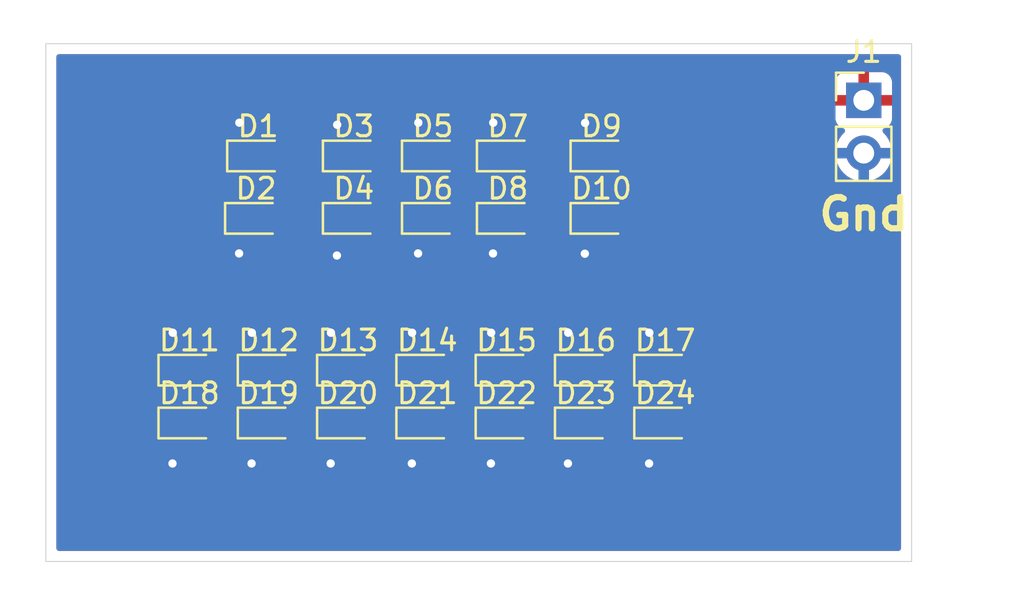
<source format=kicad_pcb>
(kicad_pcb (version 20211014) (generator pcbnew)
  (layers (0 "F.Cu" signal) (31 "B.Cu" signal) (34 "B.Paste" user) (35 "F.Paste" user) (36 "B.SilkS" user "B.Silkscreen") (37 "F.SilkS" user "F.Silkscreen") (38 "B.Mask" user) (39 "F.Mask" user) (44 "Edge.Cuts" user))
  (net 0 "")
  (net 1 "GND")
  (net 2 "VCC")
  (footprint "LED_SMD:LED_0603_1608Metric" (layer "F.Cu") (at 45.85 38.24)
    (fp_text reference "D23" (at 0 -1.43) (layer "F.SilkS"))
    (fp_text value "LED")
    (fp_line (start 0.8 -0.735) (end -1.485 -0.735) (layer "F.SilkS") (width 0.12))
    (fp_line (start -1.485 -0.735) (end -1.485 0.735) (layer "F.SilkS") (width 0.12))
    (fp_line (start -1.485 0.735) (end 0.8 0.735) (layer "F.SilkS") (width 0.12))
    (pad "1" smd roundrect (at -0.7875 0) (size 0.875 0.95) (layers "F.Cu" "F.Paste" "F.Mask") (net 1 "GND"))
    (pad "2" smd roundrect (at 0.7875 0) (size 0.875 0.95) (layers "F.Cu" "F.Paste" "F.Mask") (net 2 "VCC"))
  )
  (footprint "LED_SMD:LED_0603_1608Metric" (layer "F.Cu") (at 34.7 25.4)
    (fp_text reference "D3" (at 0 -1.43) (layer "F.SilkS"))
    (fp_text value "LED")
    (fp_line (start -1.485 -0.735) (end -1.485 0.735) (layer "F.SilkS") (width 0.12))
    (fp_line (start 0.8 -0.735) (end -1.485 -0.735) (layer "F.SilkS") (width 0.12))
    (fp_line (start -1.485 0.735) (end 0.8 0.735) (layer "F.SilkS") (width 0.12))
    (pad "1" smd roundrect (at -0.7875 0) (size 0.875 0.95) (layers "F.Cu" "F.Paste" "F.Mask") (net 1 "GND"))
    (pad "2" smd roundrect (at 0.7875 0) (size 0.875 0.95) (layers "F.Cu" "F.Paste" "F.Mask") (net 2 "VCC"))
  )
  (footprint "LED_SMD:LED_0603_1608Metric" (layer "F.Cu") (at 26.8 38.24)
    (fp_text reference "D18" (at 0 -1.43) (layer "F.SilkS"))
    (fp_text value "LED")
    (fp_line (start -1.485 0.735) (end 0.8 0.735) (layer "F.SilkS") (width 0.12))
    (fp_line (start 0.8 -0.735) (end -1.485 -0.735) (layer "F.SilkS") (width 0.12))
    (fp_line (start -1.485 -0.735) (end -1.485 0.735) (layer "F.SilkS") (width 0.12))
    (pad "1" smd roundrect (at -0.7875 0) (size 0.875 0.95) (layers "F.Cu" "F.Paste" "F.Mask") (net 1 "GND"))
    (pad "2" smd roundrect (at 0.7875 0) (size 0.875 0.95) (layers "F.Cu" "F.Paste" "F.Mask") (net 2 "VCC"))
  )
  (footprint "LED_SMD:LED_0603_1608Metric" (layer "F.Cu") (at 38.23 35.7)
    (fp_text reference "D14" (at 0 -1.43) (layer "F.SilkS"))
    (fp_text value "LED")
    (fp_line (start 0.8 -0.735) (end -1.485 -0.735) (layer "F.SilkS") (width 0.12))
    (fp_line (start -1.485 -0.735) (end -1.485 0.735) (layer "F.SilkS") (width 0.12))
    (fp_line (start -1.485 0.735) (end 0.8 0.735) (layer "F.SilkS") (width 0.12))
    (pad "1" smd roundrect (at -0.7875 0) (size 0.875 0.95) (layers "F.Cu" "F.Paste" "F.Mask") (net 1 "GND"))
    (pad "2" smd roundrect (at 0.7875 0) (size 0.875 0.95) (layers "F.Cu" "F.Paste" "F.Mask") (net 2 "VCC"))
  )
  (footprint "LED_SMD:LED_0603_1608Metric" (layer "F.Cu") (at 38.5 25.4)
    (fp_text reference "D5" (at 0 -1.43) (layer "F.SilkS"))
    (fp_text value "LED")
    (fp_line (start -1.485 0.735) (end 0.8 0.735) (layer "F.SilkS") (width 0.12))
    (fp_line (start -1.485 -0.735) (end -1.485 0.735) (layer "F.SilkS") (width 0.12))
    (fp_line (start 0.8 -0.735) (end -1.485 -0.735) (layer "F.SilkS") (width 0.12))
    (pad "1" smd roundrect (at -0.7875 0) (size 0.875 0.95) (layers "F.Cu" "F.Paste" "F.Mask") (net 1 "GND"))
    (pad "2" smd roundrect (at 0.7875 0) (size 0.875 0.95) (layers "F.Cu" "F.Paste" "F.Mask") (net 2 "VCC"))
  )
  (footprint "LED_SMD:LED_0603_1608Metric" (layer "F.Cu") (at 45.85 35.7)
    (fp_text reference "D16" (at 0 -1.43) (layer "F.SilkS"))
    (fp_text value "LED")
    (fp_line (start 0.8 -0.735) (end -1.485 -0.735) (layer "F.SilkS") (width 0.12))
    (fp_line (start -1.485 -0.735) (end -1.485 0.735) (layer "F.SilkS") (width 0.12))
    (fp_line (start -1.485 0.735) (end 0.8 0.735) (layer "F.SilkS") (width 0.12))
    (pad "1" smd roundrect (at -0.7875 0) (size 0.875 0.95) (layers "F.Cu" "F.Paste" "F.Mask") (net 1 "GND"))
    (pad "2" smd roundrect (at 0.7875 0) (size 0.875 0.95) (layers "F.Cu" "F.Paste" "F.Mask") (net 2 "VCC"))
  )
  (footprint "LED_SMD:LED_0603_1608Metric" (layer "F.Cu") (at 30.1 25.4)
    (fp_text reference "D1" (at 0 -1.43) (layer "F.SilkS"))
    (fp_text value "LED")
    (fp_line (start 0.8 -0.735) (end -1.485 -0.735) (layer "F.SilkS") (width 0.12))
    (fp_line (start -1.485 0.735) (end 0.8 0.735) (layer "F.SilkS") (width 0.12))
    (fp_line (start -1.485 -0.735) (end -1.485 0.735) (layer "F.SilkS") (width 0.12))
    (pad "1" smd roundrect (at -0.7875 0) (size 0.875 0.95) (layers "F.Cu" "F.Paste" "F.Mask") (net 1 "GND"))
    (pad "2" smd roundrect (at 0.7875 0) (size 0.875 0.95) (layers "F.Cu" "F.Paste" "F.Mask") (net 2 "VCC"))
  )
  (footprint "LED_SMD:LED_0603_1608Metric" (layer "F.Cu") (at 46.6 28.4)
    (fp_text reference "D10" (at 0 -1.43) (layer "F.SilkS"))
    (fp_text value "LED")
    (fp_line (start 0.8 -0.735) (end -1.485 -0.735) (layer "F.SilkS") (width 0.12))
    (fp_line (start -1.485 -0.735) (end -1.485 0.735) (layer "F.SilkS") (width 0.12))
    (fp_line (start -1.485 0.735) (end 0.8 0.735) (layer "F.SilkS") (width 0.12))
    (pad "1" smd roundrect (at -0.7875 0) (size 0.875 0.95) (layers "F.Cu" "F.Paste" "F.Mask") (net 1 "GND"))
    (pad "2" smd roundrect (at 0.7875 0) (size 0.875 0.95) (layers "F.Cu" "F.Paste" "F.Mask") (net 2 "VCC"))
  )
  (footprint "LED_SMD:LED_0603_1608Metric" (layer "F.Cu") (at 30.61 38.24)
    (fp_text reference "D19" (at 0 -1.43) (layer "F.SilkS"))
    (fp_text value "LED")
    (fp_line (start -1.485 0.735) (end 0.8 0.735) (layer "F.SilkS") (width 0.12))
    (fp_line (start 0.8 -0.735) (end -1.485 -0.735) (layer "F.SilkS") (width 0.12))
    (fp_line (start -1.485 -0.735) (end -1.485 0.735) (layer "F.SilkS") (width 0.12))
    (pad "1" smd roundrect (at -0.7875 0) (size 0.875 0.95) (layers "F.Cu" "F.Paste" "F.Mask") (net 1 "GND"))
    (pad "2" smd roundrect (at 0.7875 0) (size 0.875 0.95) (layers "F.Cu" "F.Paste" "F.Mask") (net 2 "VCC"))
  )
  (footprint "LED_SMD:LED_0603_1608Metric" (layer "F.Cu") (at 34.42 35.7)
    (fp_text reference "D13" (at 0 -1.43) (layer "F.SilkS"))
    (fp_text value "LED")
    (fp_line (start -1.485 0.735) (end 0.8 0.735) (layer "F.SilkS") (width 0.12))
    (fp_line (start -1.485 -0.735) (end -1.485 0.735) (layer "F.SilkS") (width 0.12))
    (fp_line (start 0.8 -0.735) (end -1.485 -0.735) (layer "F.SilkS") (width 0.12))
    (pad "1" smd roundrect (at -0.7875 0) (size 0.875 0.95) (layers "F.Cu" "F.Paste" "F.Mask") (net 1 "GND"))
    (pad "2" smd roundrect (at 0.7875 0) (size 0.875 0.95) (layers "F.Cu" "F.Paste" "F.Mask") (net 2 "VCC"))
  )
  (footprint "LED_SMD:LED_0603_1608Metric" (layer "F.Cu") (at 38.5 28.4)
    (fp_text reference "D6" (at 0 -1.43) (layer "F.SilkS"))
    (fp_text value "LED")
    (fp_line (start 0.8 -0.735) (end -1.485 -0.735) (layer "F.SilkS") (width 0.12))
    (fp_line (start -1.485 0.735) (end 0.8 0.735) (layer "F.SilkS") (width 0.12))
    (fp_line (start -1.485 -0.735) (end -1.485 0.735) (layer "F.SilkS") (width 0.12))
    (pad "1" smd roundrect (at -0.7875 0) (size 0.875 0.95) (layers "F.Cu" "F.Paste" "F.Mask") (net 1 "GND"))
    (pad "2" smd roundrect (at 0.7875 0) (size 0.875 0.95) (layers "F.Cu" "F.Paste" "F.Mask") (net 2 "VCC"))
  )
  (footprint "LED_SMD:LED_0603_1608Metric" (layer "F.Cu") (at 30.61 35.7)
    (fp_text reference "D12" (at 0 -1.43) (layer "F.SilkS"))
    (fp_text value "LED")
    (fp_line (start -1.485 -0.735) (end -1.485 0.735) (layer "F.SilkS") (width 0.12))
    (fp_line (start 0.8 -0.735) (end -1.485 -0.735) (layer "F.SilkS") (width 0.12))
    (fp_line (start -1.485 0.735) (end 0.8 0.735) (layer "F.SilkS") (width 0.12))
    (pad "1" smd roundrect (at -0.7875 0) (size 0.875 0.95) (layers "F.Cu" "F.Paste" "F.Mask") (net 1 "GND"))
    (pad "2" smd roundrect (at 0.7875 0) (size 0.875 0.95) (layers "F.Cu" "F.Paste" "F.Mask") (net 2 "VCC"))
  )
  (footprint "LED_SMD:LED_0603_1608Metric" (layer "F.Cu") (at 49.66 38.24)
    (fp_text reference "D24" (at 0 -1.43) (layer "F.SilkS"))
    (fp_text value "LED")
    (fp_line (start -1.485 -0.735) (end -1.485 0.735) (layer "F.SilkS") (width 0.12))
    (fp_line (start 0.8 -0.735) (end -1.485 -0.735) (layer "F.SilkS") (width 0.12))
    (fp_line (start -1.485 0.735) (end 0.8 0.735) (layer "F.SilkS") (width 0.12))
    (pad "1" smd roundrect (at -0.7875 0) (size 0.875 0.95) (layers "F.Cu" "F.Paste" "F.Mask") (net 1 "GND"))
    (pad "2" smd roundrect (at 0.7875 0) (size 0.875 0.95) (layers "F.Cu" "F.Paste" "F.Mask") (net 2 "VCC"))
  )
  (footprint "Connector_PinHeader_2.54mm:PinHeader_1x02_P2.54mm_Vertical" (layer "F.Cu") (at 59.2 22.725)
    (fp_text reference "J1" (at 0 -2.33) (layer "F.SilkS"))
    (fp_text value "Conn_01x02_Female")
    (fp_line (start -1.33 0) (end -1.33 -1.33) (layer "F.SilkS") (width 0.12))
    (fp_line (start -1.33 1.27) (end -1.33 3.87) (layer "F.SilkS") (width 0.12))
    (fp_line (start -1.33 3.87) (end 1.33 3.87) (layer "F.SilkS") (width 0.12))
    (fp_line (start -1.33 -1.33) (end 0 -1.33) (layer "F.SilkS") (width 0.12))
    (fp_line (start 1.33 1.27) (end 1.33 3.87) (layer "F.SilkS") (width 0.12))
    (fp_line (start -1.33 1.27) (end 1.33 1.27) (layer "F.SilkS") (width 0.12))
    (pad "1" thru_hole rect (at 0 0) (size 1.7 1.7) (drill 1) (layers *.Cu *.Mask) (net 2 "VCC"))
    (pad "2" thru_hole oval (at 0 2.54) (size 1.7 1.7) (drill 1) (layers *.Cu *.Mask) (net 1 "GND"))
  )
  (footprint "LED_SMD:LED_0603_1608Metric" (layer "F.Cu") (at 42.1 28.4)
    (fp_text reference "D8" (at 0 -1.43) (layer "F.SilkS"))
    (fp_text value "LED")
    (fp_line (start 0.8 -0.735) (end -1.485 -0.735) (layer "F.SilkS") (width 0.12))
    (fp_line (start -1.485 0.735) (end 0.8 0.735) (layer "F.SilkS") (width 0.12))
    (fp_line (start -1.485 -0.735) (end -1.485 0.735) (layer "F.SilkS") (width 0.12))
    (pad "1" smd roundrect (at -0.7875 0) (size 0.875 0.95) (layers "F.Cu" "F.Paste" "F.Mask") (net 1 "GND"))
    (pad "2" smd roundrect (at 0.7875 0) (size 0.875 0.95) (layers "F.Cu" "F.Paste" "F.Mask") (net 2 "VCC"))
  )
  (footprint "LED_SMD:LED_0603_1608Metric" (layer "F.Cu") (at 34.7 28.4)
    (fp_text reference "D4" (at 0 -1.43) (layer "F.SilkS"))
    (fp_text value "LED")
    (fp_line (start -1.485 -0.735) (end -1.485 0.735) (layer "F.SilkS") (width 0.12))
    (fp_line (start -1.485 0.735) (end 0.8 0.735) (layer "F.SilkS") (width 0.12))
    (fp_line (start 0.8 -0.735) (end -1.485 -0.735) (layer "F.SilkS") (width 0.12))
    (pad "1" smd roundrect (at -0.7875 0) (size 0.875 0.95) (layers "F.Cu" "F.Paste" "F.Mask") (net 1 "GND"))
    (pad "2" smd roundrect (at 0.7875 0) (size 0.875 0.95) (layers "F.Cu" "F.Paste" "F.Mask") (net 2 "VCC"))
  )
  (footprint "LED_SMD:LED_0603_1608Metric" (layer "F.Cu") (at 26.8 35.7)
    (fp_text reference "D11" (at 0 -1.43) (layer "F.SilkS"))
    (fp_text value "LED")
    (fp_line (start -1.485 0.735) (end 0.8 0.735) (layer "F.SilkS") (width 0.12))
    (fp_line (start 0.8 -0.735) (end -1.485 -0.735) (layer "F.SilkS") (width 0.12))
    (fp_line (start -1.485 -0.735) (end -1.485 0.735) (layer "F.SilkS") (width 0.12))
    (pad "1" smd roundrect (at -0.7875 0) (size 0.875 0.95) (layers "F.Cu" "F.Paste" "F.Mask") (net 1 "GND"))
    (pad "2" smd roundrect (at 0.7875 0) (size 0.875 0.95) (layers "F.Cu" "F.Paste" "F.Mask") (net 2 "VCC"))
  )
  (footprint "LED_SMD:LED_0603_1608Metric" (layer "F.Cu") (at 46.6 25.4)
    (fp_text reference "D9" (at 0 -1.43) (layer "F.SilkS"))
    (fp_text value "LED")
    (fp_line (start 0.8 -0.735) (end -1.485 -0.735) (layer "F.SilkS") (width 0.12))
    (fp_line (start -1.485 0.735) (end 0.8 0.735) (layer "F.SilkS") (width 0.12))
    (fp_line (start -1.485 -0.735) (end -1.485 0.735) (layer "F.SilkS") (width 0.12))
    (pad "1" smd roundrect (at -0.7875 0) (size 0.875 0.95) (layers "F.Cu" "F.Paste" "F.Mask") (net 1 "GND"))
    (pad "2" smd roundrect (at 0.7875 0) (size 0.875 0.95) (layers "F.Cu" "F.Paste" "F.Mask") (net 2 "VCC"))
  )
  (footprint "LED_SMD:LED_0603_1608Metric" (layer "F.Cu") (at 42.04 35.7)
    (fp_text reference "D15" (at 0 -1.43) (layer "F.SilkS"))
    (fp_text value "LED")
    (fp_line (start 0.8 -0.735) (end -1.485 -0.735) (layer "F.SilkS") (width 0.12))
    (fp_line (start -1.485 -0.735) (end -1.485 0.735) (layer "F.SilkS") (width 0.12))
    (fp_line (start -1.485 0.735) (end 0.8 0.735) (layer "F.SilkS") (width 0.12))
    (pad "1" smd roundrect (at -0.7875 0) (size 0.875 0.95) (layers "F.Cu" "F.Paste" "F.Mask") (net 1 "GND"))
    (pad "2" smd roundrect (at 0.7875 0) (size 0.875 0.95) (layers "F.Cu" "F.Paste" "F.Mask") (net 2 "VCC"))
  )
  (footprint "LED_SMD:LED_0603_1608Metric" (layer "F.Cu") (at 34.42 38.24)
    (fp_text reference "D20" (at 0 -1.43) (layer "F.SilkS"))
    (fp_text value "LED")
    (fp_line (start -1.485 -0.735) (end -1.485 0.735) (layer "F.SilkS") (width 0.12))
    (fp_line (start 0.8 -0.735) (end -1.485 -0.735) (layer "F.SilkS") (width 0.12))
    (fp_line (start -1.485 0.735) (end 0.8 0.735) (layer "F.SilkS") (width 0.12))
    (pad "1" smd roundrect (at -0.7875 0) (size 0.875 0.95) (layers "F.Cu" "F.Paste" "F.Mask") (net 1 "GND"))
    (pad "2" smd roundrect (at 0.7875 0) (size 0.875 0.95) (layers "F.Cu" "F.Paste" "F.Mask") (net 2 "VCC"))
  )
  (footprint "LED_SMD:LED_0603_1608Metric" (layer "F.Cu") (at 42.1 25.4)
    (fp_text reference "D7" (at 0 -1.43) (layer "F.SilkS"))
    (fp_text value "LED")
    (fp_line (start 0.8 -0.735) (end -1.485 -0.735) (layer "F.SilkS") (width 0.12))
    (fp_line (start -1.485 -0.735) (end -1.485 0.735) (layer "F.SilkS") (width 0.12))
    (fp_line (start -1.485 0.735) (end 0.8 0.735) (layer "F.SilkS") (width 0.12))
    (pad "1" smd roundrect (at -0.7875 0) (size 0.875 0.95) (layers "F.Cu" "F.Paste" "F.Mask") (net 1 "GND"))
    (pad "2" smd roundrect (at 0.7875 0) (size 0.875 0.95) (layers "F.Cu" "F.Paste" "F.Mask") (net 2 "VCC"))
  )
  (footprint "LED_SMD:LED_0603_1608Metric" (layer "F.Cu") (at 38.23 38.24)
    (fp_text reference "D21" (at 0 -1.43) (layer "F.SilkS"))
    (fp_text value "LED")
    (fp_line (start -1.485 -0.735) (end -1.485 0.735) (layer "F.SilkS") (width 0.12))
    (fp_line (start 0.8 -0.735) (end -1.485 -0.735) (layer "F.SilkS") (width 0.12))
    (fp_line (start -1.485 0.735) (end 0.8 0.735) (layer "F.SilkS") (width 0.12))
    (pad "1" smd roundrect (at -0.7875 0) (size 0.875 0.95) (layers "F.Cu" "F.Paste" "F.Mask") (net 1 "GND"))
    (pad "2" smd roundrect (at 0.7875 0) (size 0.875 0.95) (layers "F.Cu" "F.Paste" "F.Mask") (net 2 "VCC"))
  )
  (footprint "LED_SMD:LED_0603_1608Metric" (layer "F.Cu") (at 49.66 35.7)
    (fp_text reference "D17" (at 0 -1.43) (layer "F.SilkS"))
    (fp_text value "LED")
    (fp_line (start -1.485 -0.735) (end -1.485 0.735) (layer "F.SilkS") (width 0.12))
    (fp_line (start -1.485 0.735) (end 0.8 0.735) (layer "F.SilkS") (width 0.12))
    (fp_line (start 0.8 -0.735) (end -1.485 -0.735) (layer "F.SilkS") (width 0.12))
    (pad "1" smd roundrect (at -0.7875 0) (size 0.875 0.95) (layers "F.Cu" "F.Paste" "F.Mask") (net 1 "GND"))
    (pad "2" smd roundrect (at 0.7875 0) (size 0.875 0.95) (layers "F.Cu" "F.Paste" "F.Mask") (net 2 "VCC"))
  )
  (footprint "LED_SMD:LED_0603_1608Metric" (layer "F.Cu") (at 30 28.4)
    (fp_text reference "D2" (at 0 -1.43) (layer "F.SilkS"))
    (fp_text value "LED")
    (fp_line (start 0.8 -0.735) (end -1.485 -0.735) (layer "F.SilkS") (width 0.12))
    (fp_line (start -1.485 0.735) (end 0.8 0.735) (layer "F.SilkS") (width 0.12))
    (fp_line (start -1.485 -0.735) (end -1.485 0.735) (layer "F.SilkS") (width 0.12))
    (pad "1" smd roundrect (at -0.7875 0) (size 0.875 0.95) (layers "F.Cu" "F.Paste" "F.Mask") (net 1 "GND"))
    (pad "2" smd roundrect (at 0.7875 0) (size 0.875 0.95) (layers "F.Cu" "F.Paste" "F.Mask") (net 2 "VCC"))
  )
  (footprint "LED_SMD:LED_0603_1608Metric" (layer "F.Cu") (at 42.04 38.24)
    (fp_text reference "D22" (at 0 -1.43) (layer "F.SilkS"))
    (fp_text value "LED")
    (fp_line (start -1.485 -0.735) (end -1.485 0.735) (layer "F.SilkS") (width 0.12))
    (fp_line (start 0.8 -0.735) (end -1.485 -0.735) (layer "F.SilkS") (width 0.12))
    (fp_line (start -1.485 0.735) (end 0.8 0.735) (layer "F.SilkS") (width 0.12))
    (pad "1" smd roundrect (at -0.7875 0) (size 0.875 0.95) (layers "F.Cu" "F.Paste" "F.Mask") (net 1 "GND"))
    (pad "2" smd roundrect (at 0.7875 0) (size 0.875 0.95) (layers "F.Cu" "F.Paste" "F.Mask") (net 2 "VCC"))
  )
  (gr_rect (start 19.9 20) (end 61.5 44.9) (layer "Edge.Cuts") (width 0.05) (fill none))
  (gr_text "Gnd" (at 59.2 28.2) (layer "F.SilkS") (effects (font (size 1.5 1.5) (thickness 0.3))))
  (segment (start 41.4 25.3875) (end 41.4 23.8) (width 0.25) (layer "F.Cu") (net 1))
  (segment (start 33.9 28.4875) (end 33.9 30.175) (width 0.25) (layer "F.Cu") (net 1))
  (segment (start 37.8 25.3875) (end 37.8 23.8) (width 0.25) (layer "F.Cu") (net 1))
  (segment (start 41.3 35.4875) (end 41.3 33.9) (width 0.25) (layer "F.Cu") (net 1))
  (segment (start 37.5 38.4875) (end 37.5 40.175) (width 0.25) (layer "F.Cu") (net 1))
  (segment (start 45.8125 25.4) (end 45.8125 23.8125) (width 0.25) (layer "F.Cu") (net 1))
  (segment (start 37.5 35.4875) (end 37.5 33.9) (width 0.25) (layer "F.Cu") (net 1))
  (segment (start 33.6 35.4875) (end 33.6 33.9) (width 0.25) (layer "F.Cu") (net 1))
  (segment (start 29.8 38.4875) (end 29.8 40.175) (width 0.25) (layer "F.Cu") (net 1))
  (segment (start 29.8 35.4875) (end 29.8 33.9) (width 0.25) (layer "F.Cu") (net 1))
  (segment (start 41.3 38.4875) (end 41.3 40.175) (width 0.25) (layer "F.Cu") (net 1))
  (segment (start 37.8 28.3875) (end 37.8 30.075) (width 0.25) (layer "F.Cu") (net 1))
  (segment (start 33.9 25.4875) (end 33.9 23.9) (width 0.25) (layer "F.Cu") (net 1))
  (segment (start 45.8125 28.4) (end 45.8125 30.0875) (width 0.25) (layer "F.Cu") (net 1))
  (segment (start 45.8125 30.0875) (end 45.8 30.1) (width 0.25) (layer "F.Cu") (net 1))
  (segment (start 26 35.4875) (end 26 33.9) (width 0.25) (layer "F.Cu") (net 1))
  (segment (start 29.2 25.3875) (end 29.2 23.8) (width 0.25) (layer "F.Cu") (net 1))
  (segment (start 33.6 38.4875) (end 33.6 40.175) (width 0.25) (layer "F.Cu") (net 1))
  (segment (start 29.2 28.3875) (end 29.2 30.075) (width 0.25) (layer "F.Cu") (net 1))
  (segment (start 48.9 38.4875) (end 48.9 40.175) (width 0.25) (layer "F.Cu") (net 1))
  (segment (start 48.9 35.4875) (end 48.9 33.9) (width 0.25) (layer "F.Cu") (net 1))
  (segment (start 45 35.4875) (end 45 33.9) (width 0.25) (layer "F.Cu") (net 1))
  (segment (start 45 38.4875) (end 45 40.175) (width 0.25) (layer "F.Cu") (net 1))
  (segment (start 41.4 28.3875) (end 41.4 30.075) (width 0.25) (layer "F.Cu") (net 1))
  (segment (start 26 38.4875) (end 26 40.175) (width 0.25) (layer "F.Cu") (net 1))
  (via (at 29.2 23.8) (size 0.8) (drill 0.4) (layers "F.Cu" "B.Cu") (net 1))
  (via (at 45.8125 23.8125) (size 0.8) (drill 0.4) (layers "F.Cu" "B.Cu") (net 1))
  (via (at 29.7875 40.1875) (size 0.8) (drill 0.4) (layers "F.Cu" "B.Cu") (net 1))
  (via (at 37.8 23.8) (size 0.8) (drill 0.4) (layers "F.Cu" "B.Cu") (net 1))
  (via (at 41.2875 40.1875) (size 0.8) (drill 0.4) (layers "F.Cu" "B.Cu") (net 1))
  (via (at 25.9875 40.1875) (size 0.8) (drill 0.4) (layers "F.Cu" "B.Cu") (net 1))
  (via (at 29.8 33.9) (size 0.8) (drill 0.4) (layers "F.Cu" "B.Cu") (net 1))
  (via (at 41.4 23.8) (size 0.8) (drill 0.4) (layers "F.Cu" "B.Cu") (net 1))
  (via (at 48.8875 40.1875) (size 0.8) (drill 0.4) (layers "F.Cu" "B.Cu") (net 1))
  (via (at 45.8 30.1) (size 0.8) (drill 0.4) (layers "F.Cu" "B.Cu") (net 1))
  (via (at 26 33.9) (size 0.8) (drill 0.4) (layers "F.Cu" "B.Cu") (net 1))
  (via (at 33.8875 30.1875) (size 0.8) (drill 0.4) (layers "F.Cu" "B.Cu") (net 1))
  (via (at 48.9 33.9) (size 0.8) (drill 0.4) (layers "F.Cu" "B.Cu") (net 1))
  (via (at 33.6 33.9) (size 0.8) (drill 0.4) (layers "F.Cu" "B.Cu") (net 1))
  (via (at 45 33.9) (size 0.8) (drill 0.4) (layers "F.Cu" "B.Cu") (net 1))
  (via (at 33.9 23.9) (size 0.8) (drill 0.4) (layers "F.Cu" "B.Cu") (net 1))
  (via (at 41.3 33.9) (size 0.8) (drill 0.4) (layers "F.Cu" "B.Cu") (net 1))
  (via (at 37.7875 30.0875) (size 0.8) (drill 0.4) (layers "F.Cu" "B.Cu") (net 1))
  (via (at 37.4875 40.1875) (size 0.8) (drill 0.4) (layers "F.Cu" "B.Cu") (net 1))
  (via (at 33.5875 40.1875) (size 0.8) (drill 0.4) (layers "F.Cu" "B.Cu") (net 1))
  (via (at 37.5 33.9) (size 0.8) (drill 0.4) (layers "F.Cu" "B.Cu") (net 1))
  (via (at 41.3875 30.0875) (size 0.8) (drill 0.4) (layers "F.Cu" "B.Cu") (net 1))
  (via (at 44.9875 40.1875) (size 0.8) (drill 0.4) (layers "F.Cu" "B.Cu") (net 1))
  (via (at 29.1875 30.0875) (size 0.8) (drill 0.4) (layers "F.Cu" "B.Cu") (net 1))
  (zone (net 2) (net_name "VCC") (layer "F.Cu") (connect_pads (clearance 0.508)) (min_thickness 0.254) (fill yes (thermal_gap 0.508) (thermal_bridge_width 0.508))
    (polygon (pts (xy 62.6 19) (xy 62.4 45.7) (xy 19 45.6) (xy 18.6 18.8)))
  )
  (zone (net 1) (net_name "GND") (layer "B.Cu") (connect_pads (clearance 0.508)) (min_thickness 0.254) (fill yes (thermal_gap 0.508) (thermal_bridge_width 0.508))
    (polygon (pts (xy 64.5 18.2) (xy 63.3 46.5) (xy 17.7 46.2) (xy 17.8 17.9)))
  )
)
</source>
